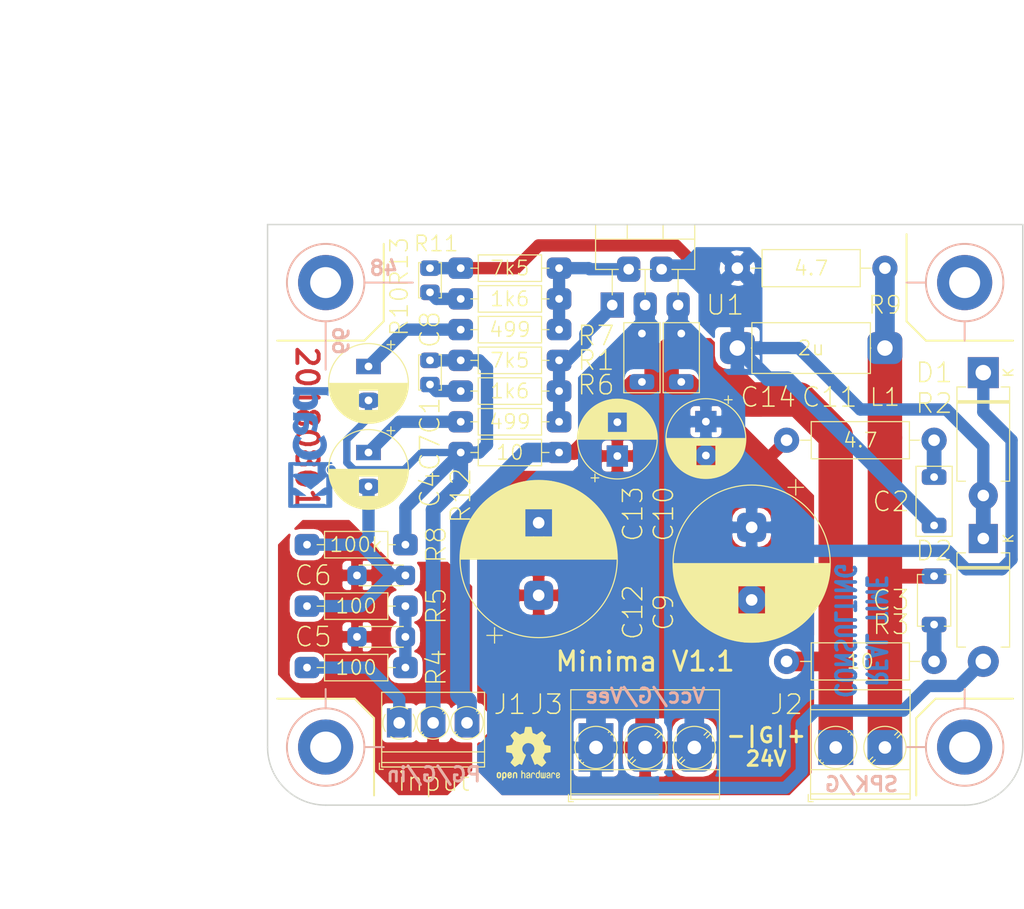
<source format=kicad_pcb>
(kicad_pcb (version 20171130) (host pcbnew 5.0.0-fee4fd1~66~ubuntu16.04.1)
  (title_block (title "Minima PAMP") (date 2018-04-03) (rev 1.00) (company "REAL TIME CONSULTING"))
  (layers (0 F.Cu signal) (31 B.Cu signal) (34 B.Paste user) (35 F.Paste user) (36 B.SilkS user) (37 F.SilkS user) (38 B.Mask user) (39 F.Mask user) (44 Edge.Cuts user))
  (net 0 "")
  (net 1 GNDPWR)
  (net 2 VCC)
  (net 3 VEE)
  (net 4 "Net-(C2-Pad1)")
  (net 5 "Net-(R1-Pad1)")
  (net 6 "Net-(C4-Pad1)")
  (net 7 "Net-(C1-Pad2)")
  (net 8 "Net-(C3-Pad1)")
  (net 9 "Net-(C7-Pad1)")
  (net 10 /sgnd)
  (net 11 /spkhot)
  (net 12 /inp)
  (net 13 "Net-(C2-Pad2)")
  (net 14 "Net-(C4-Pad2)")
  (net 15 "Net-(C5-Pad1)")
  (net 16 "Net-(C8-Pad2)")
  (net 17 "Net-(R10-Pad1)")
  (module Capacitor_THT:C_Disc_D3.4mm_W2.1mm_P2.50mm (layer F.Cu) (at 123.335 50.23 270)
    (fp_text reference C8 (at 6.35 0 270) (layer F.SilkS) (effects (font (size 2 2))))
    (fp_text value 15p)
    (pad 1 thru_hole roundrect (at 0 0 270) (size 1.6 2) (drill 0.8) (layers *.Cu *.Mask) (net 13 "Net-(C2-Pad2)"))
    (pad 2 thru_hole roundrect (at 2.5 0 270) (size 1.6 2) (drill 0.8) (layers *.Cu *.Mask) (net 16 "Net-(C8-Pad2)"))
  )
  (module Capacitor_THT:CP_Radial_D8.0mm_P3.50mm (layer F.Cu) (at 116.985 69.28 270)
    (fp_text reference C4 (at 3.81 -6.35 90) (layer F.SilkS) (effects (font (size 2 2))))
    (fp_text value 470u)
    (pad 1 thru_hole rect (at 0 0 270) (size 1.6 2.54) (drill 0.8) (layers *.Cu *.Mask) (net 6 "Net-(C4-Pad1)"))
    (pad 2 thru_hole oval (at 3.5 0 270) (size 1.6 2.54) (drill 0.8) (layers *.Cu *.Mask) (net 14 "Net-(C4-Pad2)"))
  )
  (module Capacitor_THT:C_Rect_L7.0mm_W3.5mm_P5.00mm (layer F.Cu) (at 175.405 71.82 270)
    (fp_text reference C2 (at 2.54 4.445) (layer F.SilkS) (effects (font (size 2 2))))
    (fp_text value 220n)
    (pad 1 thru_hole roundrect (at 0 0 270) (size 1.6 2.54) (drill 0.8) (layers *.Cu *.Mask) (net 4 "Net-(C2-Pad1)"))
    (pad 2 thru_hole roundrect (at 5 0 270) (size 1.6 2.54) (drill 0.8) (layers *.Cu *.Mask) (net 13 "Net-(C2-Pad2)"))
  )
  (module Capacitor_THT:CP_Radial_D8.0mm_P3.50mm (layer F.Cu) (at 151.832 66.088 270)
    (fp_text reference C10 (at 9.542 4.367 90) (layer F.SilkS) (effects (font (size 2 2))))
    (fp_text value 100u)
    (pad 1 thru_hole rect (at 0 0 270) (size 2.2 2.2) (drill 0.8) (layers *.Cu *.Mask) (net 2 VCC))
    (pad 2 thru_hole circle (at 3.5 0 270) (size 2.2 2.2) (drill 0.8) (layers *.Cu *.Mask) (net 1 GNDPWR))
  )
  (module Capacitor_THT:CP_Radial_D8.0mm_P3.50mm (layer F.Cu) (at 116.985 60.39 270)
    (fp_text reference C7 (at 8.89 -6.35 90) (layer F.SilkS) (effects (font (size 2 2))))
    (fp_text value 470u)
    (pad 1 thru_hole rect (at 0 0 270) (size 1.6 2.54) (drill 0.8) (layers *.Cu *.Mask) (net 9 "Net-(C7-Pad1)"))
    (pad 2 thru_hole oval (at 3.5 0 270) (size 1.6 2.54) (drill 0.8) (layers *.Cu *.Mask) (net 10 /sgnd))
  )
  (module Capacitor_THT:CP_Radial_D8.0mm_P3.50mm (layer F.Cu) (at 142.688 69.644 90)
    (fp_text reference C13 (at -5.986 1.602 90) (layer F.SilkS) (effects (font (size 2 2))))
    (fp_text value 100u)
    (pad 2 thru_hole circle (at 3.5 0 90) (size 2.2 2.2) (drill 0.8) (layers *.Cu *.Mask) (net 3 VEE))
    (pad 1 thru_hole rect (at 0 0 90) (size 2.2 2.2) (drill 0.8) (layers *.Cu *.Mask) (net 1 GNDPWR))
  )
  (module Capacitor_THT:C_Disc_D4.3mm_W1.9mm_P5.00mm (layer F.Cu) (at 120.795 88.33 180)
    (fp_text reference C5 (at 9.525 0 180) (layer F.SilkS) (effects (font (size 2 2))))
    (fp_text value 220p)
    (pad 2 thru_hole roundrect (at 5 0 180) (size 2 2) (drill 0.8) (layers *.Cu *.Mask) (net 10 /sgnd))
    (pad 1 thru_hole roundrect (at 0 0 180) (size 2 2) (drill 0.8) (layers *.Cu *.Mask) (net 15 "Net-(C5-Pad1)"))
  )
  (module Capacitor_THT:C_Disc_D4.3mm_W1.9mm_P5.00mm (layer F.Cu) (at 120.795 81.98 180)
    (fp_text reference C6 (at 9.525 0 180) (layer F.SilkS) (effects (font (size 2 2))))
    (fp_text value 2n2)
    (pad 1 thru_hole roundrect (at 0 0 180) (size 2 2) (drill 0.8) (layers *.Cu *.Mask) (net 14 "Net-(C4-Pad2)"))
    (pad 2 thru_hole roundrect (at 5 0 180) (size 2 2) (drill 0.8) (layers *.Cu *.Mask) (net 10 /sgnd))
  )
  (module Diode_THT:D_DO-201AD_P12.70mm_Horizontal (layer F.Cu) (at 180.485 61.025 270)
    (fp_text reference D1 (at 0 5.08) (layer F.SilkS) (effects (font (size 2 2))))
    (fp_text value 1N5404)
    (fp_text user K (at 0 -2.6 270) (layer F.SilkS))
    (pad 2 thru_hole oval (at 12.7 0 270) (size 3 3) (drill 1.2) (layers *.Cu *.Mask) (net 13 "Net-(C2-Pad2)"))
    (pad 1 thru_hole rect (at 0 0 270) (size 3.2 3.2) (drill 1.6) (layers *.Cu *.Mask) (net 2 VCC))
  )
  (module Diode_THT:D_DO-201AD_P12.70mm_Horizontal (layer F.Cu) (at 180.485 78.17 270)
    (fp_text reference D2 (at 1.27 5.08) (layer F.SilkS) (effects (font (size 2 2))))
    (fp_text value 1N5404)
    (fp_text user K (at 0 -2.6 270) (layer F.SilkS))
    (pad 1 thru_hole rect (at 0 0 270) (size 3 3) (drill 1.2) (layers *.Cu *.Mask) (net 13 "Net-(C2-Pad2)"))
    (pad 2 thru_hole oval (at 12.7 0 270) (size 3.2 3.2) (drill 1.6) (layers *.Cu *.Mask) (net 3 VEE))
  )
  (module Inductor_THT:L_Axial_L12.0mm_D5.0mm_P15.24mm_Horizontal_Fastron_MISC (layer F.Cu) (at 155.085 58.485)
    (fp_text reference L1 (at 15.24 5.08) (layer F.SilkS) (effects (font (size 1.8 1.8))))
    (fp_text value 2u (at 7.62 0) (layer F.SilkS) (effects (font (size 1.5 1.5))))
    (pad 1 thru_hole roundrect (at 0 0) (size 3.6 3.3) (drill 1.6) (layers *.Cu *.Mask) (net 13 "Net-(C2-Pad2)"))
    (pad 2 thru_hole roundrect (at 15.24 0) (size 3.6 3.3) (drill 1.6) (layers *.Cu *.Mask) (net 11 /spkhot))
  )
  (module Resistor_THT:R_Axial_DIN0411_L9.9mm_D3.6mm_P15.24mm_Horizontal (layer F.Cu) (at 160.165 90.87)
    (fp_text reference R3 (at 10.795 -3.81) (layer F.SilkS) (effects (font (size 2 2))))
    (fp_text value 10 (at 7.62 0) (layer F.SilkS) (effects (font (size 1.5 1.5))))
    (pad 1 thru_hole circle (at 0 0) (size 2.6 2.6) (drill 1.2) (layers *.Cu *.Mask) (net 1 GNDPWR))
    (pad 2 thru_hole circle (at 15.24 0) (size 2.6 2.6) (drill 1.2) (layers *.Cu *.Mask) (net 8 "Net-(C3-Pad1)"))
  )
  (module Resistor_THT:R_Axial_DIN0207_L6.3mm_D2.5mm_P10.16mm_Horizontal (layer F.Cu) (at 136.67 66.105 180)
    (fp_text reference R6 (at -3.81 3.81 180) (layer F.SilkS) (effects (font (size 2 2))))
    (fp_text value 499 (at 5.08 0 180) (layer F.SilkS) (effects (font (size 1.5 1.5))))
    (pad 2 thru_hole roundrect (at 10.16 0 180) (size 2.54 2.2) (drill 0.8) (layers *.Cu *.Mask) (net 6 "Net-(C4-Pad1)"))
    (pad 1 thru_hole roundrect (at 0 0 180) (size 2.54 2.2) (drill 0.8) (layers *.Cu *.Mask) (net 5 "Net-(R1-Pad1)"))
  )
  (module Resistor_THT:R_Axial_DIN0411_L9.9mm_D3.6mm_P15.24mm_Horizontal (layer F.Cu) (at 170.325 50.23 180)
    (fp_text reference R9 (at 0 -3.81 180) (layer F.SilkS) (effects (font (size 1.8 1.8))))
    (fp_text value 4.7 (at 7.62 0 180) (layer F.SilkS) (effects (font (size 1.5 1.5))))
    (pad 2 thru_hole circle (at 15.24 0 180) (size 2.6 2.6) (drill 1.2) (layers *.Cu *.Mask) (net 13 "Net-(C2-Pad2)"))
    (pad 1 thru_hole circle (at 0 0 180) (size 2.6 2.6) (drill 1.2) (layers *.Cu *.Mask) (net 11 /spkhot))
  )
  (module Resistor_THT:R_Axial_DIN0207_L6.3mm_D2.5mm_P10.16mm_Horizontal (layer F.Cu) (at 136.67 56.58 180)
    (fp_text reference R10 (at 16.51 1.905 90) (layer F.SilkS) (effects (font (size 1.8 1.8))))
    (fp_text value 499 (at 5.08 0 180) (layer F.SilkS) (effects (font (size 1.5 1.5))))
    (pad 2 thru_hole roundrect (at 10.16 0 180) (size 2.54 2.2) (drill 0.8) (layers *.Cu *.Mask) (net 9 "Net-(C7-Pad1)"))
    (pad 1 thru_hole roundrect (at 0 0 180) (size 2.54 2.2) (drill 0.8) (layers *.Cu *.Mask) (net 17 "Net-(R10-Pad1)"))
  )
  (module Package_TO_SOT_THT:TO-220-5_P3.4x3.7mm_StaggerOdd_Lead3.8mm_Vertical (layer F.Cu) (at 142.16 54.04)
    (fp_text reference U1 (at 11.655 0) (layer F.SilkS) (effects (font (size 2 2))))
    (fp_text value LM1875)
    (pad 1 thru_hole rect (at 0 0) (size 2.4 2.6) (drill 1.1) (layers *.Cu *.Mask) (net 5 "Net-(R1-Pad1)"))
    (pad 2 thru_hole roundrect (at 1.7 -3.7) (size 2.4 2.6) (drill 1.1) (layers *.Cu *.Mask) (net 17 "Net-(R10-Pad1)"))
    (pad 3 thru_hole roundrect (at 3.4 0) (size 2.4 2.6) (drill 1.1) (layers *.Cu *.Mask) (net 3 VEE))
    (pad 4 thru_hole roundrect (at 5.1 -3.7) (size 2.4 2.6) (drill 1.1) (layers *.Cu *.Mask) (net 13 "Net-(C2-Pad2)"))
    (pad 5 thru_hole roundrect (at 6.8 0) (size 2.4 2.6) (drill 1.1) (layers *.Cu *.Mask) (net 2 VCC))
  )
  (module Resistor_THT:R_Axial_DIN0207_L6.3mm_D2.5mm_P10.16mm_Horizontal (layer F.Cu) (at 126.51 59.755)
    (fp_text reference R7 (at 13.97 -2.54) (layer F.SilkS) (effects (font (size 2 2))))
    (fp_text value 7k5 (at 5.08 0) (layer F.SilkS) (effects (font (size 1.5 1.5))))
    (pad 1 thru_hole roundrect (at 0 0) (size 2.54 2.2) (drill 0.8) (layers *.Cu *.Mask) (net 10 /sgnd))
    (pad 2 thru_hole roundrect (at 10.16 0) (size 2.54 2.2) (drill 0.8) (layers *.Cu *.Mask) (net 5 "Net-(R1-Pad1)"))
  )
  (module Resistor_THT:R_Axial_DIN0207_L6.3mm_D2.5mm_P10.16mm_Horizontal (layer F.Cu) (at 126.51 50.23)
    (fp_text reference R11 (at -2.54 -2.54) (layer F.SilkS) (effects (font (size 1.6 1.6))))
    (fp_text value 7k5 (at 5.08 0) (layer F.SilkS) (effects (font (size 1.5 1.5))))
    (pad 2 thru_hole roundrect (at 10.16 0) (size 2.54 2.2) (drill 0.8) (layers *.Cu *.Mask) (net 17 "Net-(R10-Pad1)"))
    (pad 1 thru_hole roundrect (at 0 0) (size 2.54 2.2) (drill 0.8) (layers *.Cu *.Mask) (net 13 "Net-(C2-Pad2)"))
  )
  (module Capacitor_THT:C_Rect_L7.0mm_W3.5mm_P5.00mm (layer F.Cu) (at 149.292 56.984 270)
    (fp_text reference C11 (at 6.581 -15.318 180) (layer F.SilkS) (effects (font (size 2 2))))
    (fp_text value 100n)
    (pad 1 thru_hole roundrect (at 0 0 270) (size 1.6 2.54) (drill 0.8) (layers *.Cu *.Mask) (net 2 VCC))
    (pad 2 thru_hole roundrect (at 5 0 270) (size 1.6 2.54) (drill 0.8) (layers *.Cu *.Mask) (net 1 GNDPWR))
  )
  (module Capacitor_THT:C_Rect_L7.0mm_W3.5mm_P5.00mm (layer F.Cu) (at 145.228 61.984 90)
    (fp_text reference C14 (at -1.581 13.032) (layer F.SilkS) (effects (font (size 2 2))))
    (fp_text value 100n)
    (pad 2 thru_hole roundrect (at 5 0 90) (size 1.6 2.54) (drill 0.8) (layers *.Cu *.Mask) (net 3 VEE))
    (pad 1 thru_hole roundrect (at 0 0 90) (size 1.6 2.54) (drill 0.8) (layers *.Cu *.Mask) (net 1 GNDPWR))
  )
  (module TerminalBlock_Phoenix:TerminalBlock_Phoenix_MKDS-3-2-5.08_1x02_P5.08mm_Horizontal (layer F.Cu) (at 165.245 99.76)
    (fp_text reference J2 (at -5.08 -4.445) (layer F.SilkS) (effects (font (size 2 2))))
    (fp_text value output hide)
    (pad 1 thru_hole rect (at 0 0) (size 3.6 3.6) (drill 1.3) (layers *.Cu *.Mask) (net 1 GNDPWR))
    (pad 2 thru_hole roundrect (at 5.08 0) (size 3.6 3.6) (drill 1.3) (layers *.Cu *.Mask) (net 11 /spkhot))
  )
  (module TerminalBlock_Phoenix:TerminalBlock_Phoenix_MKDS-3-3-5.08_1x03_P5.08mm_Horizontal (layer F.Cu) (at 140.48 99.76)
    (fp_text reference J3 (at -5.08 -4.445) (layer F.SilkS) (effects (font (size 2 2))))
    (fp_text value powersupply)
    (pad 1 thru_hole rect (at 0 0) (size 3.6 5) (drill 1.4) (layers *.Cu *.Mask) (net 3 VEE))
    (pad 2 thru_hole roundrect (at 5.08 0) (size 3.6 5) (drill 1.4) (layers *.Cu *.Mask) (net 1 GNDPWR))
    (pad 3 thru_hole roundrect (at 10.16 0) (size 3.6 5) (drill 1.4) (layers *.Cu *.Mask) (net 2 VCC))
  )
  (module TerminalBlock_Phoenix:TerminalBlock_Phoenix_PT-1,5-3-3.5-H_1x03_P3.50mm_Horizontal (layer F.Cu) (at 120.16 97.22)
    (fp_text reference J1 (at 11.43 -1.905) (layer F.SilkS) (effects (font (size 2 2))))
    (fp_text value input (at 3.556 6.034 180) (layer F.SilkS) (effects (font (size 2 2))))
    (pad 1 thru_hole rect (at 0 0) (size 2.54 3) (drill 1.2) (layers *.Cu *.Mask) (net 12 /inp))
    (pad 2 thru_hole roundrect (at 3.5 0) (size 2.54 3) (drill 1.2) (layers *.Cu *.Mask) (net 10 /sgnd))
    (pad 3 thru_hole roundrect (at 7 0) (size 2.54 3) (drill 1.2) (layers *.Cu *.Mask) (net 1 GNDPWR))
  )
  (module Symbol:OSHW-Logo2_7.3x6mm_SilkScreen (layer F.Cu) (at 133.495 100.395)
    (fp_text reference LOGO2 hide)
    (fp_text value "OSHW Logo" hide)
  )
  (module Symbol:KiCad-Logo_5mm_Copper (layer B.Cu) (at 110.635 68.72 90)
    (fp_text reference LOGO1 hide)
    (fp_text value Kicad_Logo)
    (fp_poly (pts (xy -2.9464 2.510946) (xy -2.935535 2.397007) (xy -2.903918 2.289384) (xy -2.853015 2.190385) (xy -2.784293 2.102316) (xy -2.699219 2.027484) (xy -2.602232 1.969616) (xy -2.495964 1.929995) (xy -2.38895 1.911427) (xy -2.2833 1.912566) (xy -2.181125 1.93207) (xy -2.084534 1.968594) (xy -1.995638 2.020795) (xy -1.916546 2.087327) (xy -1.849369 2.166848) (xy -1.796217 2.258013) (xy -1.759199 2.359477) (xy -1.740427 2.469898) (xy -1.738489 2.519794) (xy -1.738489 2.607733) (xy -1.68656 2.607733) (xy -1.650253 2.604889) (xy -1.623355 2.593089) (xy -1.596249 2.569351) (xy -1.557867 2.530969) (xy -1.557867 0.339398) (xy -1.557876 0.077261) (xy -1.557908 -0.163241) (xy -1.557972 -0.383048) (xy -1.558076 -0.583101) (xy -1.558227 -0.764344) (xy -1.558434 -0.927716) (xy -1.558706 -1.07416) (xy -1.55905 -1.204617) (xy -1.559474 -1.320029) (xy -1.559987 -1.421338) (xy -1.560597 -1.509484) (xy -1.561312 -1.58541) (xy -1.56214 -1.650057) (xy -1.563089 -1.704367) (xy -1.564167 -1.74928) (xy -1.565383 -1.78574) (xy -1.566745 -1.814687) (xy -1.568261 -1.837063) (xy -1.569938 -1.853809) (xy -1.571786 -1.865868) (xy -1.573813 -1.87418) (xy -1.576025 -1.879687) (xy -1.577108 -1.881537) (xy -1.581271 -1.888549) (xy -1.584805 -1.894996) (xy -1.588635 -1.9009) (xy -1.593682 -1.906286) (xy -1.600871 -1.911178) (xy -1.611123 -1.915598) (xy -1.625364 -1.919572) (xy -1.644514 -1.923121) (xy -1.669499 -1.92627) (xy -1.70124 -1.929042) (xy -1.740662 -1.931461) (xy -1.788686 -1.933551) (xy -1.846237 -1.935335) (xy -1.914237 -1.936837) (xy -1.99361 -1.93808) (xy -2.085279 -1.939089) (xy -2.190166 -1.939885) (xy -2.309196 -1.940494) (xy -2.44329 -1.940939) (xy -2.593373 -1.941243) (xy -2.760367 -1.94143) (xy -2.945196 -1.941524) (xy -3.148783 -1.941548) (xy -3.37205 -1.941525) (xy -3.615922 -1.94148) (xy -3.881321 -1.941437) (xy -3.919704 -1.941432) (xy -4.186682 -1.941389) (xy -4.432002 -1.941318) (xy -4.656583 -1.941213) (xy -4.861345 -1.941066) (xy -5.047206 -1.940869) (xy -5.215088 -1.940616) (xy -5.365908 -1.9403) (xy -5.500587 -1.939913) (xy -5.620044 -1.939447) (xy -5.725199 -1.938897) (xy -5.816971 -1.938253) (xy -5.896279 -1.937511) (xy -5.964043 -1.936661) (xy -6.021182 -1.935697) (xy -6.068617 -1.934611) (xy -6.107266 -1.933397) (xy -6.138049 -1.932047) (xy -6.161885 -1.930555) (xy -6.179694 -1.928911) (xy -6.192395 -1.927111) (xy -6.200908 -1.925145) (xy -6.205266 -1.923477) (xy -6.213728 -1.919906) (xy -6.221497 -1.91727) (xy -6.228602 -1.914634) (xy -6.235073 -1.911062) (xy -6.240939 -1.905621) (xy -6.246229 -1.897375) (xy -6.250974 -1.88539) (xy -6.255202 -1.868731) (xy -6.258943 -1.846463) (xy -6.262227 -1.817652) (xy -6.265083 -1.781363) (xy -6.26754 -1.736661) (xy -6.269629 -1.682611) (xy -6.271378 -1.618279) (xy -6.272817 -1.54273) (xy -6.273976 -1.45503) (xy -6.274883 -1.354243) (xy -6.275569 -1.239434) (xy -6.276063 -1.10967) (xy -6.276395 -0.964015) (xy -6.276593 -0.801535) (xy -6.276687 -0.621295) (xy -6.276708 -0.42236) (xy -6.276685 -0.203796) (xy -6.276646 0.035332) (xy -6.276622 0.29596) (xy -6.276622 0.338111) (xy -6.276636 0.601008) (xy -6.276661 0.842268) (xy -6.276671 1.062835) (xy -6.276642 1.263648) (xy -6.276548 1.445651) (xy -6.276362 1.609784) (xy -6.276059 1.756989) (xy -6.275614 1.888208) (xy -6.275034 1.998133) (xy -5.972197 1.998133) (xy -5.932407 1.940289) (xy -5.921236 1.924521) (xy -5.911166 1.910559) (xy -5.902138 1.897216) (xy -5.894097 1.883307) (xy -5.886986 1.867644) (xy -5.880747 1.849042) (xy -5.875325 1.826314) (xy -5.870662 1.798273) (xy -5.866701 1.763733) (xy -5.863385 1.721508) (xy -5.860659 1.670411) (xy -5.858464 1.609256) (xy -5.856745 1.536856) (xy -5.855444 1.452025) (xy -5.854505 1.353578) (xy -5.85387 1.240326) (xy -5.853484 1.111084) (xy -5.853288 0.964666) (xy -5.853227 0.799884) (xy -5.853243 0.615553) (xy -5.85328 0.410487) (xy -5.853289 0.287867) (xy -5.853265 0.070918) (xy -5.853231 -0.124642) (xy -5.853243 -0.299999) (xy -5.853358 -0.456341) (xy -5.85363 -0.594857) (xy -5.854118 -0.716734) (xy -5.854876 -0.82316) (xy -5.855962 -0.915322) (xy -5.857431 -0.994409) (xy -5.85934 -1.061608) (xy -5.861744 -1.118107) (xy -5.864701 -1.165093) (xy -5.868266 -1.203755) (xy -5.872495 -1.23528) (xy -5.877446 -1.260855) (xy -5.883173 -1.28167) (xy -5.889733 -1.298911) (xy -5.897183 -1.313765) (xy -5.905579 -1.327422) (xy -5.914976 -1.341069) (xy -5.925432 -1.355893) (xy -5.931523 -1.364783) (xy -5.970296 -1.4224) (xy -5.438732 -1.4224) (xy -5.315483 -1.422365) (xy -5.212987 -1.422215) (xy -5.12942 -1.421878) (xy -5.062956 -1.421286) (xy -5.011771 -1.420367) (xy -4.974041 -1.419051) (xy -4.94794 -1.417269) (xy -4.931644 -1.414951) (xy -4.923328 -1.412026) (xy -4.921168 -1.408424) (xy -4.923339 -1.404075) (xy -4.924535 -1.402645) (xy -4.949685 -1.365573) (xy -4.975583 -1.312772) (xy -4.999192 -1.25077) (xy -5.007461 -1.224357) (xy -5.012078 -1.206416) (xy -5.015979 -1.185355) (xy -5.019248 -1.159089) (xy -5.021966 -1.125532) (xy -5.024215 -1.082599) (xy -5.026077 -1.028204) (xy -5.027636 -0.960262) (xy -5.028972 -0.876688) (xy -5.030169 -0.775395) (xy -5.031308 -0.6543) (xy -5.031685 -0.6096) (xy -5.032702 -0.484449) (xy -5.03346 -0.380082) (xy -5.033903 -0.294707) (xy -5.03397 -0.226533) (xy -5.033605 -0.173765) (xy -5.032748 -0.134614) (xy -5.031341 -0.107285) (xy -5.029325 -0.089986) (xy -5.026643 -0.080926) (xy -5.023236 -0.078312) (xy -5.019044 -0.080351) (xy -5.014571 -0.084667) (xy -5.004216 -0.097602) (xy -4.982158 -0.126676) (xy -4.949957 -0.169759) (xy -4.909174 -0.224718) (xy -4.86137 -0.289423) (xy -4.808105 -0.361742) (xy -4.75094 -0.439544) (xy -4.691437 -0.520698) (xy -4.631155 -0.603072) (xy -4.571655 -0.684536) (xy -4.514498 -0.762957) (xy -4.461245 -0.836204) (xy -4.413457 -0.902147) (xy -4.372693 -0.958654) (xy -4.340516 -1.003593) (xy -4.318485 -1.034834) (xy -4.313917 -1.041466) (xy -4.290996 -1.078369) (xy -4.264188 -1.126359) (xy -4.238789 -1.175897) (xy -4.235568 -1.182577) (xy -4.21389 -1.230772) (xy -4.201304 -1.268334) (xy -4.195574 -1.30416) (xy -4.194456 -1.3462) (xy -4.19509 -1.4224) (xy -3.040651 -1.4224) (xy -3.131815 -1.328669) (xy -3.178612 -1.278775) (xy -3.228899 -1.222295) (xy -3.274944 -1.168026) (xy -3.295369 -1.142673) (xy -3.325807 -1.103128) (xy -3.365862 -1.049916) (xy -3.414361 -0.984667) (xy -3.470135 -0.909011) (xy -3.532011 -0.824577) (xy -3.598819 -0.732994) (xy -3.669387 -0.635892) (xy -3.742545 -0.534901) (xy -3.817121 -0.43165) (xy -3.891944 -0.327768) (xy -3.965843 -0.224885) (xy -4.037646 -0.124631) (xy -4.106184 -0.028636) (xy -4.170284 0.061473) (xy -4.228775 0.144064) (xy -4.280486 0.217508) (xy -4.324247 0.280176) (xy -4.358885 0.330439) (xy -4.38323 0.366666) (xy -4.396111 0.387229) (xy -4.397869 0.391332) (xy -4.38991 0.402658) (xy -4.369115 0.429838) (xy -4.336847 0.471171) (xy -4.29447 0.524956) (xy -4.243347 0.589494) (xy -4.184841 0.663082) (xy -4.120314 0.744022) (xy -4.051131 0.830612) (xy -3.978653 0.921152) (xy -3.904246 1.01394) (xy -3.844517 1.088298) (xy -2.833511 1.088298) (xy -2.827602 1.075341) (xy -2.813272 1.053092) (xy -2.812225 1.051609) (xy -2.793438 1.021456) (xy -2.773791 0.984625) (xy -2.769892 0.976489) (xy -2.766356 0.96806) (xy -2.76323 0.957941) (xy -2.760486 0.94474) (xy -2.758092 0.927062) (xy -2.756019 0.903516) (xy -2.754235 0.872707) (xy -2.752712 0.833243) (xy -2.751419 0.783731) (xy -2.750326 0.722777) (xy -2.749403 0.648989) (xy -2.748619 0.560972) (xy -2.747945 0.457335) (xy -2.74735 0.336684) (xy -2.746805 0.197626) (xy -2.746279 0.038768) (xy -2.745745 -0.140089) (xy -2.745206 -0.325207) (xy -2.744772 -0.489145) (xy -2.744509 -0.633303) (xy -2.744484 -0.759079) (xy -2.744765 -0.867871) (xy -2.745419 -0.961077) (xy -2.746514 -1.040097) (xy -2.748118 -1.106328) (xy -2.750297 -1.16117) (xy -2.753119 -1.206021) (xy -2.756651 -1.242278) (xy -2.760961 -1.271341) (xy -2.766117 -1.294609) (xy -2.772185 -1.313479) (xy -2.779233 -1.329351) (xy -2.787329 -1.343622) (xy -2.79654 -1.357691) (xy -2.80504 -1.370158) (xy -2.822176 -1.396452) (xy -2.832322 -1.414037) (xy -2.833511 -1.417257) (xy -2.822604 -1.418334) (xy -2.791411 -1.419335) (xy -2.742223 -1.420235) (xy -2.677333 -1.42101) (xy -2.59903 -1.421637) (xy -2.509607 -1.422091) (xy -2.411356 -1.422349) (xy -2.342445 -1.4224) (xy -2.237452 -1.42218) (xy -2.14061 -1.421548) (xy -2.054107 -1.420549) (xy -1.980132 -1.419227) (xy -1.920874 -1.417626) (xy -1.87852 -1.415791) (xy -1.85526 -1.413765) (xy -1.851378 -1.412493) (xy -1.859076 -1.397591) (xy -1.867074 -1.38956) (xy -1.880246 -1.372434) (xy -1.897485 -1.342183) (xy -1.909407 -1.317622) (xy -1.936045 -1.258711) (xy -1.93912 -0.081845) (xy -1.942195 1.095022) (xy -2.387853 1.095022) (xy -2.48567 1.094858) (xy -2.576064 1.094389) (xy -2.65663 1.093653) (xy -2.724962 1.092684) (xy -2.778656 1.09152) (xy -2.815305 1.090197) (xy -2.832504 1.088751) (xy -2.833511 1.088298) (xy -3.844517 1.088298) (xy -3.82927 1.107278) (xy -3.75509 1.199463) (xy -3.683069 1.288796) (xy -3.614569 1.373576) (xy -3.550955 1.452102) (xy -3.493588 1.522674) (xy -3.443833 1.583591) (xy -3.403052 1.633153) (xy -3.385888 1.653822) (xy -3.299596 1.754484) (xy -3.222997 1.837741) (xy -3.154183 1.905562) (xy -3.091248 1.959911) (xy -3.081867 1.967278) (xy -3.042356 1.997883) (xy -4.174116 1.998133) (xy -4.168827 1.950156) (xy -4.17213 1.892812) (xy -4.193661 1.824537) (xy -4.233635 1.744788) (xy -4.278943 1.672505) (xy -4.295161 1.64986) (xy -4.323214 1.612304) (xy -4.36143 1.561979) (xy -4.408137 1.501027) (xy -4.461661 1.431589) (xy -4.520331 1.355806) (xy -4.582475 1.27582) (xy -4.646421 1.193772) (xy -4.710495 1.111804) (xy -4.773027 1.032057) (xy -4.832343 0.956673) (xy -4.886771 0.887793) (xy -4.934639 0.827558) (xy -4.974275 0.778111) (xy -5.004006 0.741592) (xy -5.022161 0.720142) (xy -5.02522 0.716844) (xy -5.028079 0.724851) (xy -5.030293 0.755145) (xy -5.031857 0.807444) (xy -5.032767 0.881469) (xy -5.03302 0.976937) (xy -5.032613 1.093566) (xy -5.031704 1.213555) (xy -5.030382 1.345667) (xy -5.028857 1.457406) (xy -5.026881 1.550975) (xy -5.024206 1.628581) (xy -5.020582 1.692426) (xy -5.015761 1.744717) (xy -5.009494 1.787656) (xy -5.001532 1.823449) (xy -4.991627 1.8543) (xy -4.979531 1.882414) (xy -4.964993 1.909995) (xy -4.950311 1.935034) (xy -4.912314 1.998133) (xy -5.972197 1.998133) (xy -6.275034 1.998133) (xy -6.275001 2.004383) (xy -6.274195 2.106456) (xy -6.27317 2.195367) (xy -6.2719 2.272059) (xy -6.27036 2.337473) (xy -6.268524 2.392551) (xy -6.266367 2.438235) (xy -6.263863 2.475466) (xy -6.260987 2.505187) (xy -6.257713 2.528338) (xy -6.254015 2.545861) (xy -6.249869 2.558699) (xy -6.245247 2.567792) (xy -6.240126 2.574082) (xy -6.234478 2.578512) (xy -6.228279 2.582022) (xy -6.221504 2.585555) (xy -6.215508 2.589124) (xy -6.210275 2.5917) (xy -6.202099 2.594028) (xy -6.189886 2.596122) (xy -6.172541 2.597993) (xy -6.148969 2.599653) (xy -6.118077 2.601116) (xy -6.078768 2.602392) (xy -6.02995 2.603496) (xy -5.970527 2.604439) (xy -5.899404 2.605233) (xy -5.815488 2.605891) (xy -5.717683 2.606425) (xy -5.604894 2.606847) (xy -5.476029 2.607171) (xy -5.329991 2.607408) (xy -5.165686 2.60757) (xy -4.98202 2.60767) (xy -4.777897 2.60772) (xy -4.566753 2.607733) (xy -2.9464 2.607733) (xy -2.9464 2.510946)) (layer B.Cu) (width 0.01))
    (fp_poly (pts (xy 0.328429 2.050929) (xy 0.48857 2.029755) (xy 0.65251 1.989615) (xy 0.822313 1.930111) (xy 1.000043 1.850846) (xy 1.01131 1.845301) (xy 1.069005 1.817275) (xy 1.120552 1.793198) (xy 1.162191 1.774751) (xy 1.190162 1.763614) (xy 1.199733 1.761067) (xy 1.21895 1.756059) (xy 1.223561 1.751853) (xy 1.218458 1.74142) (xy 1.202418 1.715132) (xy 1.177288 1.675743) (xy 1.144914 1.626009) (xy 1.107143 1.568685) (xy 1.065822 1.506524) (xy 1.022798 1.442282) (xy 0.979917 1.378715) (xy 0.939026 1.318575) (xy 0.901971 1.26462) (xy 0.8706 1.219603) (xy 0.846759 1.186279) (xy 0.832294 1.167403) (xy 0.830309 1.165213) (xy 0.820191 1.169862) (xy 0.79785 1.187038) (xy 0.76728 1.21356) (xy 0.751536 1.228036) (xy 0.655047 1.303318) (xy 0.548336 1.358759) (xy 0.432832 1.393859) (xy 0.309962 1.40812) (xy 0.240561 1.406949) (xy 0.119423 1.389788) (xy 0.010205 1.353906) (xy -0.087418 1.299041) (xy -0.173772 1.22493) (xy -0.249185 1.131312) (xy -0.313982 1.017924) (xy -0.351399 0.931333) (xy -0.395252 0.795634) (xy -0.427572 0.64815) (xy -0.448443 0.492686) (xy -0.457949 0.333044) (xy -0.456173 0.173027) (xy -0.443197 0.016439) (xy -0.419106 -0.132918) (xy -0.383982 -0.27124) (xy -0.337908 -0.394724) (xy -0.321627 -0.428978) (xy -0.25338 -0.543064) (xy -0.172921 -0.639557) (xy -0.08143 -0.71767) (xy 0.019911 -0.776617) (xy 0.12992 -0.815612) (xy 0.247415 -0.833868) (xy 0.288883 -0.835211) (xy 0.410441 -0.82429) (xy 0.530878 -0.791474) (xy 0.648666 -0.737439) (xy 0.762277 -0.662865) (xy 0.853685 -0.584539) (xy 0.900215 -0.540008) (xy 1.081483 -0.837271) (xy 1.12658 -0.911433) (xy 1.167819 -0.979646) (xy 1.203735 -1.039459) (xy 1.232866 -1.08842) (xy 1.25375 -1.124079) (xy 1.264924 -1.143984) (xy 1.266375 -1.147079) (xy 1.258146 -1.156718) (xy 1.232567 -1.173999) (xy 1.192873 -1.197283) (xy 1.142297 -1.224934) (xy 1.084074 -1.255315) (xy 1.021437 -1.28679) (xy 0.957621 -1.317722) (xy 0.89586 -1.346473) (xy 0.839388 -1.371408) (xy 0.791438 -1.390889) (xy 0.767986 -1.399318) (xy 0.634221 -1.437133) (xy 0.496327 -1.462136) (xy 0.348622 -1.47514) (xy 0.221833 -1.477468) (xy 0.153878 -1.476373) (xy 0.088277 -1.474275) (xy 0.030847 -1.471434) (xy -0.012597 -1.468106) (xy -0.026702 -1.466422) (xy -0.165716 -1.437587) (xy -0.307243 -1.392468) (xy -0.444725 -1.33375) (xy -0.571606 -1.26412) (xy -0.649111 -1.211441) (xy -0.776519 -1.103239) (xy -0.894822 -0.976671) (xy -1.001828 -0.834866) (xy -1.095348 -0.680951) (xy -1.17319 -0.518053) (xy -1.217044 -0.400756) (xy -1.267292 -0.217128) (xy -1.300791 -0.022581) (xy -1.317551 0.178675) (xy -1.317584 0.382432) (xy -1.300899 0.584479) (xy -1.267507 0.780608) (xy -1.21742 0.966609) (xy -1.213603 0.978197) (xy -1.150719 1.14025) (xy -1.073972 1.288168) (xy -0.980758 1.426135) (xy -0.868473 1.558339) (xy -0.824608 1.603601) (xy -0.688466 1.727543) (xy -0.548509 1.830085) (xy -0.402589 1.912344) (xy -0.248558 1.975436) (xy -0.084268 2.020477) (xy 0.011289 2.037967) (xy 0.170023 2.053534) (xy 0.328429 2.050929)) (layer B.Cu) (width 0.01))
    (fp_poly (pts (xy 2.673574 1.133448) (xy 2.825492 1.113433) (xy 2.960756 1.079798) (xy 3.080239 1.032275) (xy 3.184815 0.970595) (xy 3.262424 0.907035) (xy 3.331265 0.832901) (xy 3.385006 0.753129) (xy 3.42791 0.660909) (xy 3.443384 0.617839) (xy 3.456244 0.578858) (xy 3.467446 0.542711) (xy 3.47712 0.507566) (xy 3.485396 0.47159) (xy 3.492403 0.43295) (xy 3.498272 0.389815) (xy 3.503131 0.340351) (xy 3.50711 0.282727) (xy 3.51034 0.215109) (xy 3.512949 0.135666) (xy 3.515067 0.042564) (xy 3.516824 -0.066027) (xy 3.518349 -0.191942) (xy 3.519772 -0.337012) (xy 3.521025 -0.479778) (xy 3.522351 -0.635968) (xy 3.523556 -0.771239) (xy 3.524766 -0.887246) (xy 3.526106 -0.985645) (xy 3.5277 -1.068093) (xy 3.529675 -1.136246) (xy 3.532156 -1.19176) (xy 3.535269 -1.236292) (xy 3.539138 -1.271498) (xy 3.543889 -1.299034) (xy 3.549648 -1.320556) (xy 3.556539 -1.337722) (xy 3.564689 -1.352186) (xy 3.574223 -1.365606) (xy 3.585266 -1.379638) (xy 3.589566 -1.385071) (xy 3.605386 -1.40791) (xy 3.612422 -1.423463) (xy 3.612444 -1.423922) (xy 3.601567 -1.426121) (xy 3.570582 -1.428147) (xy 3.521957 -1.429942) (xy 3.458163 -1.431451) (xy 3.381669 -1.432616) (xy 3.294944 -1.43338) (xy 3.200457 -1.433686) (xy 3.18955 -1.433689) (xy 2.766657 -1.433689) (xy 2.763395 -1.337622) (xy 2.760133 -1.241556) (xy 2.698044 -1.292543) (xy 2.600714 -1.360057) (xy 2.490813 -1.414749) (xy 2.404349 -1.444978) (xy 2.335278 -1.459666) (xy 2.251925 -1.469659) (xy 2.162159 -1.474646) (xy 2.073845 -1.474313) (xy 1.994851 -1.468351) (xy 1.958622 -1.462638) (xy 1.818603 -1.424776) (xy 1.692178 -1.369932) (xy 1.58026 -1.298924) (xy 1.483762 -1.212568) (xy 1.4036 -1.111679) (xy 1.340687 -0.997076) (xy 1.296312 -0.870984) (xy 1.283978 -0.814401) (xy 1.276368 -0.752202) (xy 1.272739 -0.677363) (xy 1.272245 -0.643467) (xy 1.27231 -0.640282) (xy 2.032248 -0.640282) (xy 2.041541 -0.715333) (xy 2.069728 -0.77916) (xy 2.118197 -0.834798) (xy 2.123254 -0.839211) (xy 2.171548 -0.874037) (xy 2.223257 -0.89662) (xy 2.283989 -0.90854) (xy 2.359352 -0.911383) (xy 2.377459 -0.910978) (xy 2.431278 -0.908325) (xy 2.471308 -0.902909) (xy 2.506324 -0.892745) (xy 2.545103 -0.87585) (xy 2.555745 -0.870672) (xy 2.616396 -0.834844) (xy 2.663215 -0.792212) (xy 2.675952 -0.776973) (xy 2.720622 -0.720462) (xy 2.720622 -0.524586) (xy 2.720086 -0.445939) (xy 2.718396 -0.387988) (xy 2.715428 -0.348875) (xy 2.711057 -0.326741) (xy 2.706972 -0.320274) (xy 2.691047 -0.317111) (xy 2.657264 -0.314488) (xy 2.61034 -0.312655) (xy 2.554993 -0.311857) (xy 2.546106 -0.311842) (xy 2.42533 -0.317096) (xy 2.32266 -0.333263) (xy 2.236106 -0.360961) (xy 2.163681 -0.400808) (xy 2.108751 -0.447758) (xy 2.064204 -0.505645) (xy 2.03948 -0.568693) (xy 2.032248 -0.640282) (xy 1.27231 -0.640282) (xy 1.274178 -0.549712) (xy 1.282522 -0.470812) (xy 1.298768 -0.39959) (xy 1.324405 -0.328864) (xy 1.348401 -0.276493) (xy 1.40702 -0.181196) (xy 1.485117 -0.09317) (xy 1.580315 -0.014017) (xy 1.690238 0.05466) (xy 1.81251 0.111259) (xy 1.944755 0.154179) (xy 2.009422 0.169118) (xy 2.145604 0.191223) (xy 2.294049 0.205806) (xy 2.445505 0.212187) (xy 2.572064 0.210555) (xy 2.73395 0.203776) (xy 2.72653 0.262755) (xy 2.707238 0.361908) (xy 2.676104 0.442628) (xy 2.632269 0.505534) (xy 2.574871 0.551244) (xy 2.503048 0.580378) (xy 2.415941 0.593553) (xy 2.312686 0.591389) (xy 2.274711 0.587388) (xy 2.13352 0.56222) (xy 1.996707 0.521186) (xy 1.902178 0.483185) (xy 1.857018 0.46381) (xy 1.818585 0.44824) (xy 1.792234 0.438595) (xy 1.784546 0.436548) (xy 1.774802 0.445626) (xy 1.758083 0.474595) (xy 1.734232 0.523783) (xy 1.703093 0.593516) (xy 1.664507 0.684121) (xy 1.65791 0.699911) (xy 1.627853 0.772228) (xy 1.600874 0.837575) (xy 1.578136 0.893094) (xy 1.560806 0.935928) (xy 1.550048 0.963219) (xy 1.546941 0.972058) (xy 1.55694 0.976813) (xy 1.583217 0.98209) (xy 1.611489 0.985769) (xy 1.641646 0.990526) (xy 1.689433 0.999972) (xy 1.750612 1.01318) (xy 1.820946 1.029224) (xy 1.896194 1.04718) (xy 1.924755 1.054203) (xy 2.029816 1.079791) (xy 2.11748 1.099853) (xy 2.192068 1.115031) (xy 2.257903 1.125965) (xy 2.319307 1.133296) (xy 2.380602 1.137665) (xy 2.44611 1.139713) (xy 2.504128 1.140111) (xy 2.673574 1.133448)) (layer B.Cu) (width 0.01))
    (fp_poly (pts (xy 6.186507 0.527755) (xy 6.186526 0.293338) (xy 6.186552 0.080397) (xy 6.186625 -0.112168) (xy 6.186782 -0.285459) (xy 6.187064 -0.440576) (xy 6.187509 -0.57862) (xy 6.188156 -0.700692) (xy 6.189045 -0.807894) (xy 6.190213 -0.901326) (xy 6.191701 -0.98209) (xy 6.193546 -1.051286) (xy 6.195789 -1.110015) (xy 6.198469 -1.159379) (xy 6.201623 -1.200478) (xy 6.205292 -1.234413) (xy 6.209513 -1.262286) (xy 6.214327 -1.285198) (xy 6.219773 -1.304249) (xy 6.225888 -1.32054) (xy 6.232712 -1.335173) (xy 6.240285 -1.349249) (xy 6.248645 -1.363868) (xy 6.253839 -1.372974) (xy 6.288104 -1.433689) (xy 5.429955 -1.433689) (xy 5.429955 -1.337733) (xy 5.429224 -1.29437) (xy 5.427272 -1.261205) (xy 5.424463 -1.243424) (xy 5.423221 -1.241778) (xy 5.411799 -1.248662) (xy 5.389084 -1.266505) (xy 5.366385 -1.285879) (xy 5.3118 -1.326614) (xy 5.242321 -1.367617) (xy 5.16527 -1.405123) (xy 5.087965 -1.435364) (xy 5.057113 -1.445012) (xy 4.988616 -1.459578) (xy 4.905764 -1.469539) (xy 4.816371 -1.474583) (xy 4.728248 -1.474396) (xy 4.649207 -1.468666) (xy 4.611511 -1.462858) (xy 4.473414 -1.424797) (xy 4.346113 -1.367073) (xy 4.230292 -1.290211) (xy 4.126637 -1.194739) (xy 4.035833 -1.081179) (xy 3.969031 -0.970381) (xy 3.914164 -0.853625) (xy 3.872163 -0.734276) (xy 3.842167 -0.608283) (xy 3.823311 -0.471594) (xy 3.814732 -0.320158) (xy 3.814006 -0.242711) (xy 3.8161 -0.185934) (xy 4.645217 -0.185934) (xy 4.645424 -0.279002) (xy 4.648337 -0.366692) (xy 4.654 -0.443772) (xy 4.662455 -0.505009) (xy 4.665038 -0.51735) (xy 4.69684 -0.624633) (xy 4.738498 -0.711658) (xy 4.790363 -0.778642) (xy 4.852781 -0.825805) (xy 4.9261 -0.853365) (xy 5.010669 -0.861541) (xy 5.106835 -0.850551) (xy 5.170311 -0.834829) (xy 5.219454 -0.816639) (xy 5.273583 -0.790791) (xy 5.314244 -0.767089) (xy 5.3848 -0.720721) (xy 5.3848 0.42947) (xy 5.317392 0.473038) (xy 5.238867 0.51396) (xy 5.154681 0.540611) (xy 5.069557 0.552535) (xy 4.988216 0.549278) (xy 4.91538 0.530385) (xy 4.883426 0.514816) (xy 4.825501 0.471819) (xy 4.776544 0.415047) (xy 4.73539 0.342425) (xy 4.700874 0.251879) (xy 4.671833 0.141334) (xy 4.670552 0.135467) (xy 4.660381 0.073212) (xy 4.652739 -0.004594) (xy 4.64767 -0.09272) (xy 4.645217 -0.185934) (xy 3.8161 -0.185934) (xy 3.821857 -0.029895) (xy 3.843802 0.165941) (xy 3.879786 0.344668) (xy 3.929759 0.506155) (xy 3.993668 0.650274) (xy 4.071462 0.776894) (xy 4.163089 0.885885) (xy 4.268497 0.977117) (xy 4.313662 1.008068) (xy 4.414611 1.064215) (xy 4.517901 1.103826) (xy 4.627989 1.127986) (xy 4.74933 1.137781) (xy 4.841836 1.136735) (xy 4.97149 1.125769) (xy 5.084084 1.103954) (xy 5.182875 1.070286) (xy 5.271121 1.023764) (xy 5.319986 0.989552) (xy 5.349353 0.967638) (xy 5.371043 0.952667) (xy 5.379253 0.948267) (xy 5.380868 0.959096) (xy 5.382159 0.989749) (xy 5.383138 1.037474) (xy 5.383817 1.099521) (xy 5.38421 1.173138) (xy 5.38433 1.255573) (xy 5.384188 1.344075) (xy 5.383797 1.435893) (xy 5.383171 1.528276) (xy 5.38232 1.618472) (xy 5.38126 1.703729) (xy 5.380001 1.781297) (xy 5.378556 1.848424) (xy 5.376938 1.902359) (xy 5.375161 1.94035) (xy 5.374669 1.947333) (xy 5.367092 2.017749) (xy 5.355531 2.072898) (xy 5.337792 2.120019) (xy 5.311682 2.166353) (xy 5.305415 2.175933) (xy 5.280983 2.212622) (xy 6.186311 2.212622) (xy 6.186507 0.527755)) (layer B.Cu) (width 0.01))
    (fp_poly (pts (xy -2.273043 2.973429) (xy -2.176768 2.949191) (xy -2.090184 2.906359) (xy -2.015373 2.846581) (xy -1.954418 2.771506) (xy -1.909399 2.68278) (xy -1.883136 2.58647) (xy -1.877286 2.489205) (xy -1.89214 2.395346) (xy -1.92584 2.307489) (xy -1.976528 2.22823) (xy -2.042345 2.160164) (xy -2.121434 2.105888) (xy -2.211934 2.067998) (xy -2.2632 2.055574) (xy -2.307698 2.048053) (xy -2.341999 2.045081) (xy -2.37496 2.046906) (xy -2.415434 2.053775) (xy -2.448531 2.06075) (xy -2.541947 2.092259) (xy -2.625619 2.143383) (xy -2.697665 2.212571) (xy -2.7562 2.298272) (xy -2.770148 2.325511) (xy -2.786586 2.361878) (xy -2.796894 2.392418) (xy -2.80246 2.42455) (xy -2.804669 2.465693) (xy -2.804948 2.511778) (xy -2.800861 2.596135) (xy -2.787446 2.665414) (xy -2.762256 2.726039) (xy -2.722846 2.784433) (xy -2.684298 2.828698) (xy -2.612406 2.894516) (xy -2.537313 2.939947) (xy -2.454562 2.96715) (xy -2.376928 2.977424) (xy -2.273043 2.973429)) (layer B.Cu) (width 0.01))
  )
  (module MountingHole:MountingHole_3.2mm_M3_ISO7380_Pad (layer F.Cu) (at 112.56 99.72)
    (fp_text reference MK1 hide)
    (fp_text value Mounting_Hole)
    (pad 1 thru_hole circle (at 0 0) (size 5.7 5.7) (drill 3.2) (layers *.Cu *.Mask))
  )
  (module MountingHole:MountingHole_3.2mm_M3_ISO7380_Pad (layer F.Cu) (at 178.56 51.72)
    (fp_text reference MK3 hide)
    (fp_text value Mounting_Hole)
    (pad 1 thru_hole circle (at 0 0) (size 5.7 5.7) (drill 3.2) (layers *.Cu *.Mask))
  )
  (module MountingHole:MountingHole_3.2mm_M3_ISO7380_Pad (layer F.Cu) (at 112.56 51.72)
    (fp_text reference MK2 hide)
    (fp_text value Mounting_Hole)
    (pad 1 thru_hole circle (at 0 0) (size 5.7 5.7) (drill 3.2) (layers *.Cu *.Mask))
  )
  (module MountingHole:MountingHole_3.2mm_M3_ISO7380_Pad (layer F.Cu) (at 178.56 99.72)
    (fp_text reference MK4 hide)
    (fp_text value Mounting_Hole)
    (pad 1 thru_hole circle (at 0 0) (size 5.7 5.7) (drill 3.2) (layers *.Cu *.Mask))
  )
  (module Resistor_THT:R_Axial_DIN0207_L6.3mm_D2.5mm_P10.16mm_Horizontal (layer F.Cu) (at 136.67 69.28 180)
    (fp_text reference R12 (at 10.16 -4.445 90) (layer F.SilkS) (effects (font (size 2 2))))
    (fp_text value 10 (at 5.08 0 180) (layer F.SilkS) (effects (font (size 1.5 1.5))))
    (pad 1 thru_hole roundrect (at 0 0 180) (size 2.54 2.2) (drill 0.8) (layers *.Cu *.Mask) (net 1 GNDPWR))
    (pad 2 thru_hole roundrect (at 10.16 0 180) (size 2.54 2.2) (drill 0.8) (layers *.Cu *.Mask) (net 10 /sgnd))
  )
  (module Capacitor_THT:CP_Radial_D16.0mm_P7.50mm (layer F.Cu) (at 156.56 77.014491 270)
    (fp_text reference C9 (at 8.775509 9.095 90) (layer F.SilkS) (effects (font (size 2 2))))
    (fp_text value 2m2)
    (pad 2 thru_hole circle (at 7.5 0 270) (size 3 3) (drill 1.2) (layers *.Cu *.Mask) (net 1 GNDPWR))
    (pad 1 thru_hole roundrect (at 0 0 270) (size 3 3) (drill 1.2) (layers *.Cu *.Mask) (net 2 VCC))
  )
  (module Capacitor_THT:CP_Radial_D16.0mm_P7.50mm (layer F.Cu) (at 134.56 84.04 90)
    (fp_text reference C12 (at -1.75 9.73 90) (layer F.SilkS) (effects (font (size 2 2))))
    (fp_text value 2m2)
    (pad 1 thru_hole roundrect (at 0 0 90) (size 3 3) (drill 1.2) (layers *.Cu *.Mask) (net 1 GNDPWR))
    (pad 2 thru_hole circle (at 7.5 0 90) (size 3 3) (drill 1.2) (layers *.Cu *.Mask) (net 3 VEE))
  )
  (module Capacitor_THT:C_Disc_D3.4mm_W2.1mm_P2.50mm (layer F.Cu) (at 123.335 59.755 270)
    (fp_text reference C1 (at 5.715 0 270) (layer F.SilkS) (effects (font (size 2 2))))
    (fp_text value 15p)
    (pad 2 thru_hole roundrect (at 2.5 0 270) (size 1.6 2) (drill 0.8) (layers *.Cu *.Mask) (net 7 "Net-(C1-Pad2)"))
    (pad 1 thru_hole roundrect (at 0 0 270) (size 1.6 2) (drill 0.8) (layers *.Cu *.Mask) (net 10 /sgnd))
  )
  (module Capacitor_THT:C_Disc_D5.1mm_W3.2mm_P5.00mm (layer F.Cu) (at 175.405 87.06 90)
    (fp_text reference C3 (at 2.54 -4.445 180) (layer F.SilkS) (effects (font (size 2 2))))
    (fp_text value 100n)
    (pad 1 thru_hole roundrect (at 0 0 90) (size 1.6 2.54) (drill 0.8) (layers *.Cu *.Mask) (net 8 "Net-(C3-Pad1)"))
    (pad 2 thru_hole roundrect (at 5 0 90) (size 1.6 2.54) (drill 0.8) (layers *.Cu *.Mask) (net 11 /spkhot))
  )
  (module Resistor_THT:R_Axial_DIN0411_L9.9mm_D3.6mm_P15.24mm_Horizontal (layer F.Cu) (at 160.165 68.01)
    (fp_text reference R2 (at 15.24 -3.81) (layer F.SilkS) (effects (font (size 2 2))))
    (fp_text value 4.7 (at 7.62 0) (layer F.SilkS) (effects (font (size 1.5 1.5))))
    (pad 1 thru_hole circle (at 0 0) (size 2.6 2.6) (drill 1.2) (layers *.Cu *.Mask) (net 1 GNDPWR))
    (pad 2 thru_hole circle (at 15.24 0) (size 2.6 2.6) (drill 1.2) (layers *.Cu *.Mask) (net 4 "Net-(C2-Pad1)"))
  )
  (module Resistor_THT:R_Axial_DIN0207_L6.3mm_D2.5mm_P10.16mm_Horizontal (layer F.Cu) (at 136.67 62.93 180)
    (fp_text reference R1 (at -3.81 3.175 180) (layer F.SilkS) (effects (font (size 2 2))))
    (fp_text value 1k6 (at 5.08 0 180) (layer F.SilkS) (effects (font (size 1.5 1.5))))
    (pad 1 thru_hole roundrect (at 0 0 180) (size 2.54 2.2) (drill 0.8) (layers *.Cu *.Mask) (net 5 "Net-(R1-Pad1)"))
    (pad 2 thru_hole roundrect (at 10.16 0 180) (size 2.54 2.2) (drill 0.8) (layers *.Cu *.Mask) (net 7 "Net-(C1-Pad2)"))
  )
  (module Resistor_THT:R_Axial_DIN0207_L6.3mm_D2.5mm_P10.16mm_Horizontal (layer F.Cu) (at 120.795 91.505 180)
    (fp_text reference R4 (at -3.175 0 270) (layer F.SilkS) (effects (font (size 2 2))))
    (fp_text value 100 (at 5.08 0 180) (layer F.SilkS) (effects (font (size 1.5 1.5))))
    (pad 2 thru_hole roundrect (at 10.16 0 180) (size 2.54 2.2) (drill 0.8) (layers *.Cu *.Mask) (net 12 /inp))
    (pad 1 thru_hole roundrect (at 0 0 180) (size 2.54 2.2) (drill 0.8) (layers *.Cu *.Mask) (net 15 "Net-(C5-Pad1)"))
  )
  (module Resistor_THT:R_Axial_DIN0207_L6.3mm_D2.5mm_P10.16mm_Horizontal (layer F.Cu) (at 110.635 85.155)
    (fp_text reference R5 (at 13.335 0 90) (layer F.SilkS) (effects (font (size 2 2))))
    (fp_text value 100 (at 5.08 0) (layer F.SilkS) (effects (font (size 1.5 1.5))))
    (pad 1 thru_hole roundrect (at 0 0) (size 2.54 2.2) (drill 0.8) (layers *.Cu *.Mask) (net 14 "Net-(C4-Pad2)"))
    (pad 2 thru_hole roundrect (at 10.16 0) (size 2.54 2.2) (drill 0.8) (layers *.Cu *.Mask) (net 15 "Net-(C5-Pad1)"))
  )
  (module Resistor_THT:R_Axial_DIN0207_L6.3mm_D2.5mm_P10.16mm_Horizontal (layer F.Cu) (at 110.635 78.805)
    (fp_text reference R8 (at 13.335 0 90) (layer F.SilkS) (effects (font (size 2 2))))
    (fp_text value 100k (at 5.08 0) (layer F.SilkS) (effects (font (size 1.5 1.5))))
    (pad 2 thru_hole roundrect (at 10.16 0) (size 2.54 2.2) (drill 0.8) (layers *.Cu *.Mask) (net 10 /sgnd))
    (pad 1 thru_hole roundrect (at 0 0) (size 2.54 2.2) (drill 0.8) (layers *.Cu *.Mask) (net 14 "Net-(C4-Pad2)"))
  )
  (module Resistor_THT:R_Axial_DIN0207_L6.3mm_D2.5mm_P10.16mm_Horizontal (layer F.Cu) (at 136.67 53.405 180)
    (fp_text reference R13 (at 16.51 3.81 270) (layer F.SilkS) (effects (font (size 1.8 1.8))))
    (fp_text value 1k6 (at 5.08 0 180) (layer F.SilkS) (effects (font (size 1.5 1.5))))
    (pad 1 thru_hole roundrect (at 0 0 180) (size 2.54 2.2) (drill 0.8) (layers *.Cu *.Mask) (net 17 "Net-(R10-Pad1)"))
    (pad 2 thru_hole roundrect (at 10.16 0 180) (size 2.54 2.2) (drill 0.8) (layers *.Cu *.Mask) (net 16 "Net-(C8-Pad2)"))
  )
  (gr_line (start 112.56 93.72) (end 112.56 95.72) (layer B.SilkS) (width 0.2))
  (gr_line (start 118.56 99.72) (end 116.56 99.72) (layer B.SilkS) (width 0.2))
  (gr_line (start 174.56 99.72) (end 172.56 99.72) (layer B.SilkS) (width 0.2))
  (gr_line (start 178.56 95.72) (end 178.56 93.72) (layer B.SilkS) (width 0.2))
  (gr_line (start 178.56 57.72) (end 178.56 55.72) (layer B.SilkS) (width 0.2))
  (gr_line (start 174.56 51.72) (end 172.56 51.72) (layer B.SilkS) (width 0.2))
  (gr_text 66 (at 114.06 57.72 270) (layer B.SilkS) (effects (font (size 1.5 1.5) (thickness 0.3)) (justify mirror)))
  (gr_line (start 112.56 60.72) (end 112.56 55.72) (layer B.SilkS) (width 0.2))
  (gr_text 48 (at 118.56 50.22) (layer B.SilkS) (effects (font (size 1.5 1.5) (thickness 0.3)) (justify mirror)))
  (gr_line (start 116.56 51.72) (end 121.56 51.72) (layer B.SilkS) (width 0.2))
  (gr_circle (center 112.56 51.72) (end 108.56 51.72) (layer B.SilkS) (width 0.2))
  (gr_circle (center 112.56 99.72) (end 108.56 99.72) (layer B.SilkS) (width 0.2))
  (gr_circle (center 178.56 99.72) (end 174.56 99.72) (layer B.SilkS) (width 0.2))
  (gr_circle (center 178.56 51.72) (end 174.56 51.72) (layer B.SilkS) (width 0.2))
  (gr_text SPK/G (at 167.912 103.57) (layer B.SilkS) (effects (font (size 1.5 1.5) (thickness 0.3)) (justify mirror)))
  (gr_text PG/G/in (at 123.716 102.554) (layer B.SilkS) (effects (font (size 1.5 1.5) (thickness 0.3)) (justify mirror)))
  (gr_text Vcc/G/Vee (at 145.56 94.426) (layer B.SilkS) (effects (font (size 1.5 1.5) (thickness 0.3)) (justify mirror)))
  (gr_text "-|G|+\n24V" (at 158.06 99.72) (layer F.SilkS) (effects (font (size 1.5 1.5) (thickness 0.3))))
  (gr_line (start 116.56 57.72) (end 118.56 55.72) (layer F.SilkS) (width 0.2))
  (gr_line (start 172.56 55.72) (end 174.56 57.72) (layer F.SilkS) (width 0.2))
  (gr_line (start 118.56 55.72) (end 118.56 47.72) (layer F.SilkS) (width 0.2))
  (gr_line (start 107.56 57.72) (end 116.56 57.72) (layer F.SilkS) (width 0.2))
  (gr_line (start 174.56 57.72) (end 183.56 57.72) (layer F.SilkS) (width 0.2))
  (gr_line (start 172.56 46.72) (end 172.56 55.72) (layer F.SilkS) (width 0.2))
  (gr_line (start 175.56 94.72) (end 183.56 94.72) (layer F.SilkS) (width 0.2))
  (gr_line (start 173.56 96.72) (end 175.56 94.72) (layer F.SilkS) (width 0.2))
  (gr_line (start 173.56 104.72) (end 173.56 96.72) (layer F.SilkS) (width 0.2))
  (gr_line (start 117.56 96.72) (end 117.56 104.72) (layer F.SilkS) (width 0.2))
  (gr_line (start 115.56 94.72) (end 117.56 96.72) (layer F.SilkS) (width 0.2))
  (gr_line (start 107.56 94.72) (end 115.56 94.72) (layer F.SilkS) (width 0.2))
  (gr_text "20180801\n" (at 110.635 66.74 270) (layer F.Cu) (effects (font (size 2.2 2.2) (thickness 0.4))))
  (gr_text "REAL TIME\nCONSULTING" (at 167.785 87.695 270) (layer B.Cu) (effects (font (size 2 1.5) (thickness 0.375)) (justify mirror)))
  (gr_text "Minima V1.1" (at 145.56 90.87) (layer F.SilkS) (effects (font (size 2 2) (thickness 0.3))))
  (gr_arc (start 112.56 99.72) (end 106.56 99.72) (angle -90) (layer Edge.Cuts) (width 0.15))
  (gr_arc (start 178.56 99.72) (end 178.56 105.72) (angle -90) (layer Edge.Cuts) (width 0.15))
  (gr_line (start 106.56 99.72) (end 106.56 45.72) (angle 90) (layer Edge.Cuts) (width 0.15))
  (gr_line (start 178.56 105.72) (end 112.56 105.72) (angle 90) (layer Edge.Cuts) (width 0.15))
  (gr_line (start 184.56 45.72) (end 184.56 99.72) (angle 90) (layer Edge.Cuts) (width 0.15))
  (gr_line (start 106.56 45.72) (end 184.56 45.72) (angle 90) (layer Edge.Cuts) (width 0.15))
  (segment (start 127.194 97.186) (end 127.16 97.22) (width 2.032) (layer B.Cu) (net 1))
  (segment (start 133.495 69.28) (end 136.67 69.28) (width 2.032) (layer B.Cu) (net 1))
  (segment (start 127.16 97.22) (end 127.16 95.01) (width 2.032) (layer B.Cu) (net 1))
  (segment (start 126.432 94.282) (end 126.432 76.343) (width 2.032) (layer B.Cu) (net 1))
  (segment (start 127.16 95.01) (end 126.432 94.282) (width 2.032) (layer B.Cu) (net 1))
  (segment (start 126.432 76.343) (end 133.495 69.28) (width 2.032) (layer B.Cu) (net 1))
  (segment (start 165.101 90.87) (end 165.245 90.726) (width 1.524) (layer F.Cu) (net 1))
  (segment (start 160.165 90.87) (end 165.101 90.87) (width 2.032) (layer F.Cu) (net 1))
  (segment (start 165.245 99.76) (end 165.245 90.726) (width 3.556) (layer F.Cu) (net 1))
  (segment (start 145.56 99.76) (end 145.56 96.138) (width 2.032) (layer F.Cu) (net 1))
  (segment (start 143.45 59.738) (end 147.768 59.738) (width 1.524) (layer F.Cu) (net 1))
  (segment (start 139.386 63.802) (end 143.45 59.738) (width 1.524) (layer F.Cu) (net 1))
  (segment (start 139.386 68.12) (end 139.386 63.802) (width 1.524) (layer F.Cu) (net 1))
  (segment (start 136.67 69.28) (end 138.226 69.28) (width 1.524) (layer F.Cu) (net 1))
  (segment (start 138.226 69.28) (end 139.386 68.12) (width 1.524) (layer F.Cu) (net 1))
  (segment (start 161.484 63.802) (end 156.658 63.802) (width 3.556) (layer F.Cu) (net 1))
  (segment (start 165.245 90.726) (end 165.245 67.563) (width 3.556) (layer F.Cu) (net 1))
  (segment (start 165.245 67.563) (end 161.484 63.802) (width 3.556) (layer F.Cu) (net 1))
  (segment (start 160.165 68.01) (end 157.515 70.66) (width 1.27) (layer F.Cu) (net 1))
  (segment (start 148.96 56.652) (end 149.292 56.984) (width 1.524) (layer B.Cu) (net 2))
  (segment (start 148.96 54.04) (end 148.96 56.652) (width 2.032) (layer B.Cu) (net 2))
  (segment (start 150.64 99.76) (end 150.64 95.728) (width 2.032) (layer B.Cu) (net 2))
  (segment (start 180.485 65.089) (end 180.485 61.025) (width 1.27) (layer B.Cu) (net 2))
  (segment (start 176.802 79.44) (end 178.707 81.345) (width 1.27) (layer B.Cu) (net 2))
  (segment (start 161.816 79.44) (end 176.802 79.44) (width 1.27) (layer B.Cu) (net 2))
  (segment (start 178.707 81.345) (end 182.39 81.345) (width 1.27) (layer B.Cu) (net 2))
  (segment (start 182.39 81.345) (end 183.406 80.329) (width 1.27) (layer B.Cu) (net 2))
  (segment (start 183.406 80.329) (end 183.406 68.01) (width 1.27) (layer B.Cu) (net 2))
  (segment (start 183.406 68.01) (end 180.485 65.089) (width 1.27) (layer B.Cu) (net 2))
  (segment (start 145.56 56.652) (end 145.228 56.984) (width 2.032) (layer B.Cu) (net 3))
  (segment (start 145.56 54.04) (end 145.56 56.652) (width 2.032) (layer B.Cu) (net 3))
  (segment (start 140.48 99.76) (end 140.48 95.884) (width 2.032) (layer B.Cu) (net 3))
  (segment (start 172.23 95.95) (end 174.77 93.41) (width 1.27) (layer B.Cu) (net 3))
  (segment (start 163.118 95.95) (end 172.23 95.95) (width 1.27) (layer B.Cu) (net 3))
  (segment (start 142.234 103.934) (end 160.055 103.934) (width 1.27) (layer B.Cu) (net 3))
  (segment (start 177.945 93.41) (end 180.485 90.87) (width 1.27) (layer B.Cu) (net 3))
  (segment (start 161.738 97.33) (end 163.118 95.95) (width 1.27) (layer B.Cu) (net 3))
  (segment (start 174.77 93.41) (end 177.945 93.41) (width 1.27) (layer B.Cu) (net 3))
  (segment (start 160.055 103.934) (end 161.738 102.251) (width 1.27) (layer B.Cu) (net 3))
  (segment (start 161.738 102.251) (end 161.738 97.33) (width 1.27) (layer B.Cu) (net 3))
  (segment (start 175.405 71.82) (end 175.405 68.01) (width 1.524) (layer B.Cu) (net 4))
  (segment (start 136.67 66.105) (end 136.67 59.755) (width 1.27) (layer B.Cu) (net 5))
  (segment (start 137.525 59.755) (end 136.67 59.755) (width 1.27) (layer B.Cu) (net 5))
  (segment (start 139.32 57.96) (end 137.525 59.755) (width 1.27) (layer B.Cu) (net 5))
  (segment (start 139.386 57.96) (end 139.32 57.96) (width 1.27) (layer B.Cu) (net 5))
  (segment (start 139.386 57.039) (end 139.386 57.96) (width 1.27) (layer B.Cu) (net 5))
  (segment (start 142.16 54.04) (end 142.16 54.265) (width 1.27) (layer B.Cu) (net 5))
  (segment (start 142.16 54.265) (end 139.386 57.039) (width 1.27) (layer B.Cu) (net 5))
  (segment (start 120.16 66.105) (end 126.51 66.105) (width 1.27) (layer B.Cu) (net 6))
  (segment (start 116.985 69.28) (end 120.16 66.105) (width 1.27) (layer B.Cu) (net 6))
  (segment (start 124.01 62.93) (end 123.335 62.255) (width 1.27) (layer B.Cu) (net 7))
  (segment (start 126.51 62.93) (end 124.01 62.93) (width 1.27) (layer B.Cu) (net 7))
  (segment (start 175.405 90.87) (end 175.405 87.06) (width 1.524) (layer B.Cu) (net 8))
  (segment (start 120.795 56.58) (end 126.51 56.58) (width 1.27) (layer B.Cu) (net 9))
  (segment (start 116.985 60.39) (end 120.795 56.58) (width 1.27) (layer B.Cu) (net 9))
  (segment (start 126.51 70.55) (end 126.51 69.28) (width 1.524) (layer B.Cu) (net 10))
  (segment (start 123.66 75.21) (end 123.66 97.22) (width 1.524) (layer B.Cu) (net 10))
  (segment (start 126.51 72.36) (end 126.51 70.55) (width 1.524) (layer B.Cu) (net 10))
  (segment (start 123.66 75.21) (end 126.51 72.36) (width 1.524) (layer B.Cu) (net 10))
  (segment (start 120.795 74.995) (end 126.51 69.28) (width 1.27) (layer B.Cu) (net 10))
  (segment (start 120.795 78.805) (end 120.795 74.995) (width 1.27) (layer B.Cu) (net 10))
  (segment (start 123.335 59.755) (end 126.51 59.755) (width 1.27) (layer B.Cu) (net 10))
  (segment (start 128.415 59.755) (end 126.51 59.755) (width 1.27) (layer B.Cu) (net 10))
  (segment (start 129.226 60.566) (end 128.415 59.755) (width 1.27) (layer B.Cu) (net 10))
  (segment (start 129.226 68.469) (end 129.226 60.566) (width 1.27) (layer B.Cu) (net 10))
  (segment (start 126.51 69.28) (end 128.415 69.28) (width 1.27) (layer B.Cu) (net 10))
  (segment (start 128.415 69.28) (end 129.226 68.469) (width 1.27) (layer B.Cu) (net 10))
  (segment (start 116.985 65.706) (end 116.985 63.89) (width 0.762) (layer B.Cu) (net 10))
  (segment (start 122.446 69.28) (end 120.668 71.058) (width 0.762) (layer B.Cu) (net 10))
  (segment (start 126.51 69.28) (end 122.446 69.28) (width 0.762) (layer B.Cu) (net 10))
  (segment (start 120.668 71.058) (end 115.491398 71.058) (width 0.762) (layer B.Cu) (net 10))
  (segment (start 115.491398 71.058) (end 114.748 70.314602) (width 0.762) (layer B.Cu) (net 10))
  (segment (start 114.748 70.314602) (end 114.748 67.943) (width 0.762) (layer B.Cu) (net 10))
  (segment (start 114.748 67.943) (end 116.985 65.706) (width 0.762) (layer B.Cu) (net 10))
  (segment (start 170.405 82.06) (end 170.325 81.98) (width 1.27) (layer F.Cu) (net 11))
  (segment (start 170.325 81.98) (end 170.325 67.756) (width 3.556) (layer F.Cu) (net 11))
  (segment (start 170.325 67.756) (end 170.325 58.485) (width 3.556) (layer F.Cu) (net 11))
  (segment (start 175.405 82.06) (end 170.405 82.06) (width 1.524) (layer F.Cu) (net 11))
  (segment (start 170.325 99.76) (end 170.325 81.98) (width 3.556) (layer F.Cu) (net 11))
  (segment (start 170.325 50.23) (end 170.325 58.485) (width 2.032) (layer B.Cu) (net 11))
  (segment (start 116.881 91.505) (end 110.635 91.505) (width 1.27) (layer B.Cu) (net 12))
  (segment (start 116.898 91.488) (end 116.881 91.505) (width 1.27) (layer B.Cu) (net 12))
  (segment (start 120.16 97.22) (end 120.16 94.75) (width 1.27) (layer B.Cu) (net 12))
  (segment (start 120.16 94.75) (end 116.898 91.488) (width 1.27) (layer B.Cu) (net 12))
  (segment (start 134.564 47.879) (end 132.213 50.23) (width 1.27) (layer F.Cu) (net 13))
  (segment (start 132.213 50.23) (end 126.51 50.23) (width 1.27) (layer F.Cu) (net 13))
  (segment (start 148.719 47.879) (end 134.564 47.879) (width 1.27) (layer F.Cu) (net 13))
  (segment (start 147.26 50.34) (end 150.816 50.34) (width 2.032) (layer B.Cu) (net 13))
  (segment (start 180.485 78.17) (end 180.485 73.725) (width 1.524) (layer B.Cu) (net 13))
  (segment (start 155.085 54.245) (end 155.085 58.485) (width 1.27) (layer F.Cu) (net 13))
  (segment (start 148.719 47.879) (end 155.085 54.245) (width 1.27) (layer F.Cu) (net 13))
  (segment (start 170.325 71.74) (end 175.405 76.82) (width 1.524) (layer B.Cu) (net 13))
  (segment (start 160.245 61.66) (end 170.325 71.74) (width 1.524) (layer B.Cu) (net 13))
  (segment (start 158.26 61.66) (end 160.245 61.66) (width 1.524) (layer B.Cu) (net 13))
  (segment (start 155.085 58.485) (end 158.26 61.66) (width 1.524) (layer B.Cu) (net 13))
  (segment (start 161.435 58.485) (end 155.085 58.485) (width 1.27) (layer B.Cu) (net 13))
  (segment (start 180.485 73.725) (end 180.485 68.645) (width 1.27) (layer B.Cu) (net 13))
  (segment (start 180.485 68.645) (end 176.675 64.835) (width 1.27) (layer B.Cu) (net 13))
  (segment (start 176.675 64.835) (end 167.785 64.835) (width 1.27) (layer B.Cu) (net 13))
  (segment (start 167.785 64.835) (end 161.435 58.485) (width 1.27) (layer B.Cu) (net 13))
  (segment (start 123.335 50.23) (end 126.51 50.23) (width 1.27) (layer B.Cu) (net 13))
  (segment (start 120.795 81.98) (end 119.380787 81.98) (width 1.27) (layer B.Cu) (net 14))
  (segment (start 119.380787 81.98) (end 116.205787 78.805) (width 1.27) (layer B.Cu) (net 14))
  (segment (start 110.635 78.805) (end 116.205787 78.805) (width 1.27) (layer B.Cu) (net 14))
  (segment (start 116.985 78.025787) (end 116.205787 78.805) (width 1.27) (layer B.Cu) (net 14))
  (segment (start 116.985 72.78) (end 116.985 78.025787) (width 1.27) (layer B.Cu) (net 14))
  (segment (start 116.205787 85.155) (end 110.635 85.155) (width 1.27) (layer B.Cu) (net 14))
  (segment (start 119.380787 81.98) (end 116.205787 85.155) (width 1.27) (layer B.Cu) (net 14))
  (segment (start 120.795 91.505) (end 120.795 85.155) (width 1.27) (layer B.Cu) (net 15))
  (segment (start 124.01 53.405) (end 123.335 52.73) (width 1.27) (layer B.Cu) (net 16))
  (segment (start 126.51 53.405) (end 124.01 53.405) (width 1.27) (layer B.Cu) (net 16))
  (segment (start 136.67 56.58) (end 136.67 50.23) (width 1.27) (layer B.Cu) (net 17))
  (segment (start 143.86 50.34) (end 139.828 50.34) (width 1.27) (layer B.Cu) (net 17))
  (segment (start 139.718 50.23) (end 136.67 50.23) (width 1.27) (layer B.Cu) (net 17))
  (segment (start 139.828 50.34) (end 139.718 50.23) (width 1.27) (layer B.Cu) (net 17))
  (zone (net 3) (net_name VEE) (layer B.Cu) (connect_pads (clearance 0.508)) (min_thickness 0.254) (fill yes (arc_segments 16) (thermal_gap 0.508) (thermal_bridge_width 1.2))
    (polygon (pts (xy 146.498 55.42) (xy 147.006 55.928) (xy 147.006 104.696) (xy 130.75 104.696) (xy 128.21 102.156) (xy 128.21 99.616) (xy 129.226 98.6) (xy 129.226 94.282) (xy 128.21 93.266) (xy 128.21 77.264) (xy 134.306 71.168) (xy 138.116 71.168) (xy 138.624 70.66) (xy 138.624 61.516) (xy 144.72 55.42)))
  )
  (zone (net 2) (net_name VCC) (layer B.Cu) (connect_pads (clearance 0.508)) (min_thickness 0.254) (fill yes (arc_segments 16) (thermal_gap 0.508) (thermal_bridge_width 1.2))
    (polygon (pts (xy 148.022 55.42) (xy 149.8 55.42) (xy 152.594 58.214) (xy 152.594 60.5) (xy 155.896 63.802) (xy 155.896 69.136) (xy 163.008 76.248) (xy 163.008 102.156) (xy 160.468 104.696) (xy 149.8 104.696) (xy 147.514 102.41) (xy 147.514 55.928)))
  )
  (zone (net 1) (net_name GNDPWR) (layer F.Cu) (connect_pads (clearance 0.508)) (min_thickness 0.254) (fill yes (arc_segments 16) (thermal_gap 0.508) (thermal_bridge_width 1.2))
    (polygon (pts (xy 157.674 62.786) (xy 157.674 65.58) (xy 155.642 65.58) (xy 150.562 60.5) (xy 149.038 60.5) (xy 149.038 61.262) (xy 150.562 61.262) (xy 163.008 73.708) (xy 163.008 88.186) (xy 162.246 88.948) (xy 159.198 88.948) (xy 158.182 89.964) (xy 158.182 91.742) (xy 159.198 92.758) (xy 162.246 92.758) (xy 163.008 93.52) (xy 163.008 96.568) (xy 162.754 96.822) (xy 162.754 102.41) (xy 160.468 104.696) (xy 130.75 104.696) (xy 128.21 102.156) (xy 128.21 99.362) (xy 129.226 98.346) (xy 129.226 96.06) (xy 128.21 95.044) (xy 128.21 73.708) (xy 130.75 71.168) (xy 138.116 71.168) (xy 140.656 68.628) (xy 140.656 64.564) (xy 143.958 61.262) (xy 145.482 61.262) (xy 145.482 59.484) (xy 147.514 57.452) (xy 152.34 57.452)))
  )
  (zone (net 13) (net_name "Net-(C2-Pad2)") (layer B.Cu) (connect_pads (clearance 0.508)) (min_thickness 0.254) (fill yes (arc_segments 16) (thermal_gap 0.508) (thermal_bridge_width 1.4))
    (polygon (pts (xy 149.546 49.324) (xy 149.546 51.356) (xy 151.07 52.88) (xy 151.07 55.928) (xy 153.102 57.96) (xy 153.102 60.246) (xy 154.118 61.262) (xy 156.912 61.262) (xy 157.674 60.5) (xy 157.674 49.324) (xy 156.404 48.054) (xy 150.816 48.054)))
  )
  (zone (net 10) (net_name /sgnd) (layer F.Cu) (connect_pads (clearance 0.508)) (min_thickness 0.254) (fill yes (arc_segments 16) (thermal_gap 0.508) (thermal_bridge_width 1.2))
    (polygon (pts (xy 125.162 104.696) (xy 127.702 102.156) (xy 127.702 83.106) (xy 125.162 80.566) (xy 119.32 80.566) (xy 115.002 76.248) (xy 110.176 76.248) (xy 107.636 78.788) (xy 107.636 92.25) (xy 110.176 94.79) (xy 115.51 94.79) (xy 117.542 96.822) (xy 117.542 102.156) (xy 120.082 104.696)))
  )
)
</source>
